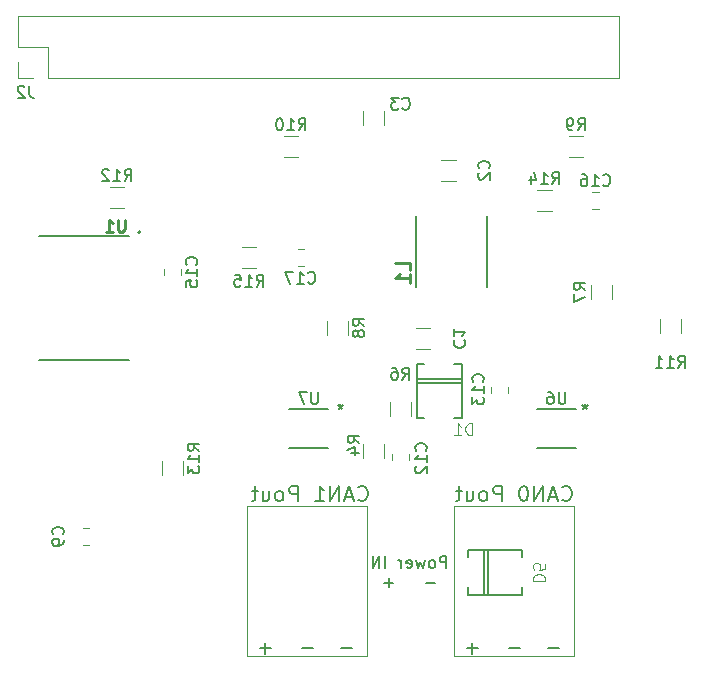
<source format=gbr>
G04 #@! TF.GenerationSoftware,KiCad,Pcbnew,5.1.5+dfsg1-2*
G04 #@! TF.CreationDate,2020-01-02T22:24:17+02:00*
G04 #@! TF.ProjectId,Morfeas_Rpi_Hat,4d6f7266-6561-4735-9f52-70695f486174,V1.0*
G04 #@! TF.SameCoordinates,Original*
G04 #@! TF.FileFunction,Legend,Bot*
G04 #@! TF.FilePolarity,Positive*
%FSLAX46Y46*%
G04 Gerber Fmt 4.6, Leading zero omitted, Abs format (unit mm)*
G04 Created by KiCad (PCBNEW 5.1.5+dfsg1-2) date 2020-01-02 22:24:17*
%MOMM*%
%LPD*%
G04 APERTURE LIST*
%ADD10C,0.177800*%
%ADD11C,0.150000*%
%ADD12C,0.152400*%
%ADD13C,0.120000*%
%ADD14C,0.127000*%
%ADD15C,0.200000*%
%ADD16C,0.119380*%
%ADD17C,0.254000*%
%ADD18C,0.250000*%
G04 APERTURE END LIST*
D10*
X167615809Y-117946714D02*
X166648190Y-117946714D01*
X167132000Y-118430523D02*
X167132000Y-117462904D01*
X171191478Y-117936517D02*
X170223859Y-117936517D01*
X174493478Y-117936517D02*
X173525859Y-117936517D01*
X156967478Y-117936517D02*
X155999859Y-117936517D01*
X153665478Y-117936517D02*
X152697859Y-117936517D01*
X150089809Y-117946714D02*
X149122190Y-117946714D01*
X149606000Y-118430523D02*
X149606000Y-117462904D01*
D11*
X164917047Y-111133380D02*
X164917047Y-110133380D01*
X164536095Y-110133380D01*
X164440857Y-110181000D01*
X164393238Y-110228619D01*
X164345619Y-110323857D01*
X164345619Y-110466714D01*
X164393238Y-110561952D01*
X164440857Y-110609571D01*
X164536095Y-110657190D01*
X164917047Y-110657190D01*
X163774190Y-111133380D02*
X163869428Y-111085761D01*
X163917047Y-111038142D01*
X163964666Y-110942904D01*
X163964666Y-110657190D01*
X163917047Y-110561952D01*
X163869428Y-110514333D01*
X163774190Y-110466714D01*
X163631333Y-110466714D01*
X163536095Y-110514333D01*
X163488476Y-110561952D01*
X163440857Y-110657190D01*
X163440857Y-110942904D01*
X163488476Y-111038142D01*
X163536095Y-111085761D01*
X163631333Y-111133380D01*
X163774190Y-111133380D01*
X163107523Y-110466714D02*
X162917047Y-111133380D01*
X162726571Y-110657190D01*
X162536095Y-111133380D01*
X162345619Y-110466714D01*
X161583714Y-111085761D02*
X161678952Y-111133380D01*
X161869428Y-111133380D01*
X161964666Y-111085761D01*
X162012285Y-110990523D01*
X162012285Y-110609571D01*
X161964666Y-110514333D01*
X161869428Y-110466714D01*
X161678952Y-110466714D01*
X161583714Y-110514333D01*
X161536095Y-110609571D01*
X161536095Y-110704809D01*
X162012285Y-110800047D01*
X161107523Y-111133380D02*
X161107523Y-110466714D01*
X161107523Y-110657190D02*
X161059904Y-110561952D01*
X161012285Y-110514333D01*
X160917047Y-110466714D01*
X160821809Y-110466714D01*
X159726571Y-111133380D02*
X159726571Y-110133380D01*
X159250380Y-111133380D02*
X159250380Y-110133380D01*
X158678952Y-111133380D01*
X158678952Y-110133380D01*
X163940857Y-112402428D02*
X163178952Y-112402428D01*
X160417047Y-112402428D02*
X159655142Y-112402428D01*
X160036095Y-112783380D02*
X160036095Y-112021476D01*
D12*
X174739904Y-105355571D02*
X174800380Y-105416047D01*
X174981809Y-105476523D01*
X175102761Y-105476523D01*
X175284190Y-105416047D01*
X175405142Y-105295095D01*
X175465619Y-105174142D01*
X175526095Y-104932238D01*
X175526095Y-104750809D01*
X175465619Y-104508904D01*
X175405142Y-104387952D01*
X175284190Y-104267000D01*
X175102761Y-104206523D01*
X174981809Y-104206523D01*
X174800380Y-104267000D01*
X174739904Y-104327476D01*
X174256095Y-105113666D02*
X173651333Y-105113666D01*
X174377047Y-105476523D02*
X173953714Y-104206523D01*
X173530380Y-105476523D01*
X173107047Y-105476523D02*
X173107047Y-104206523D01*
X172381333Y-105476523D01*
X172381333Y-104206523D01*
X171534666Y-104206523D02*
X171413714Y-104206523D01*
X171292761Y-104267000D01*
X171232285Y-104327476D01*
X171171809Y-104448428D01*
X171111333Y-104690333D01*
X171111333Y-104992714D01*
X171171809Y-105234619D01*
X171232285Y-105355571D01*
X171292761Y-105416047D01*
X171413714Y-105476523D01*
X171534666Y-105476523D01*
X171655619Y-105416047D01*
X171716095Y-105355571D01*
X171776571Y-105234619D01*
X171837047Y-104992714D01*
X171837047Y-104690333D01*
X171776571Y-104448428D01*
X171716095Y-104327476D01*
X171655619Y-104267000D01*
X171534666Y-104206523D01*
X169599428Y-105476523D02*
X169599428Y-104206523D01*
X169115619Y-104206523D01*
X168994666Y-104267000D01*
X168934190Y-104327476D01*
X168873714Y-104448428D01*
X168873714Y-104629857D01*
X168934190Y-104750809D01*
X168994666Y-104811285D01*
X169115619Y-104871761D01*
X169599428Y-104871761D01*
X168148000Y-105476523D02*
X168268952Y-105416047D01*
X168329428Y-105355571D01*
X168389904Y-105234619D01*
X168389904Y-104871761D01*
X168329428Y-104750809D01*
X168268952Y-104690333D01*
X168148000Y-104629857D01*
X167966571Y-104629857D01*
X167845619Y-104690333D01*
X167785142Y-104750809D01*
X167724666Y-104871761D01*
X167724666Y-105234619D01*
X167785142Y-105355571D01*
X167845619Y-105416047D01*
X167966571Y-105476523D01*
X168148000Y-105476523D01*
X166636095Y-104629857D02*
X166636095Y-105476523D01*
X167180380Y-104629857D02*
X167180380Y-105295095D01*
X167119904Y-105416047D01*
X166998952Y-105476523D01*
X166817523Y-105476523D01*
X166696571Y-105416047D01*
X166636095Y-105355571D01*
X166212761Y-104629857D02*
X165728952Y-104629857D01*
X166031333Y-104206523D02*
X166031333Y-105295095D01*
X165970857Y-105416047D01*
X165849904Y-105476523D01*
X165728952Y-105476523D01*
D11*
X157467904Y-105355571D02*
X157528380Y-105416047D01*
X157709809Y-105476523D01*
X157830761Y-105476523D01*
X158012190Y-105416047D01*
X158133142Y-105295095D01*
X158193619Y-105174142D01*
X158254095Y-104932238D01*
X158254095Y-104750809D01*
X158193619Y-104508904D01*
X158133142Y-104387952D01*
X158012190Y-104267000D01*
X157830761Y-104206523D01*
X157709809Y-104206523D01*
X157528380Y-104267000D01*
X157467904Y-104327476D01*
X156984095Y-105113666D02*
X156379333Y-105113666D01*
X157105047Y-105476523D02*
X156681714Y-104206523D01*
X156258380Y-105476523D01*
X155835047Y-105476523D02*
X155835047Y-104206523D01*
X155109333Y-105476523D01*
X155109333Y-104206523D01*
X153839333Y-105476523D02*
X154565047Y-105476523D01*
X154202190Y-105476523D02*
X154202190Y-104206523D01*
X154323142Y-104387952D01*
X154444095Y-104508904D01*
X154565047Y-104569380D01*
X152327428Y-105476523D02*
X152327428Y-104206523D01*
X151843619Y-104206523D01*
X151722666Y-104267000D01*
X151662190Y-104327476D01*
X151601714Y-104448428D01*
X151601714Y-104629857D01*
X151662190Y-104750809D01*
X151722666Y-104811285D01*
X151843619Y-104871761D01*
X152327428Y-104871761D01*
X150876000Y-105476523D02*
X150996952Y-105416047D01*
X151057428Y-105355571D01*
X151117904Y-105234619D01*
X151117904Y-104871761D01*
X151057428Y-104750809D01*
X150996952Y-104690333D01*
X150876000Y-104629857D01*
X150694571Y-104629857D01*
X150573619Y-104690333D01*
X150513142Y-104750809D01*
X150452666Y-104871761D01*
X150452666Y-105234619D01*
X150513142Y-105355571D01*
X150573619Y-105416047D01*
X150694571Y-105476523D01*
X150876000Y-105476523D01*
X149364095Y-104629857D02*
X149364095Y-105476523D01*
X149908380Y-104629857D02*
X149908380Y-105295095D01*
X149847904Y-105416047D01*
X149726952Y-105476523D01*
X149545523Y-105476523D01*
X149424571Y-105416047D01*
X149364095Y-105355571D01*
X148940761Y-104629857D02*
X148456952Y-104629857D01*
X148759333Y-104206523D02*
X148759333Y-105295095D01*
X148698857Y-105416047D01*
X148577904Y-105476523D01*
X148456952Y-105476523D01*
D13*
X165550435Y-118606948D02*
X165550435Y-105906948D01*
X175710435Y-118606948D02*
X165550435Y-118606948D01*
X165550435Y-105906948D02*
X175710435Y-105906948D01*
X175710435Y-105906948D02*
X175710435Y-118606948D01*
X148082000Y-118618000D02*
X148082000Y-105918000D01*
X158242000Y-118618000D02*
X148082000Y-118618000D01*
X158242000Y-105918000D02*
X158242000Y-118618000D01*
X148082000Y-105918000D02*
X158242000Y-105918000D01*
D14*
G04 #@! TO.C,D1*
X165608000Y-98430080D02*
X166243000Y-98430080D01*
X162433000Y-93858080D02*
X163068000Y-93858080D01*
X162433000Y-98430080D02*
X162433000Y-93858080D01*
X163068000Y-98430080D02*
X162433000Y-98430080D01*
X162433000Y-95153480D02*
X166243000Y-95153480D01*
X162433000Y-95483680D02*
X166243000Y-95483680D01*
X166243000Y-93858080D02*
X165608000Y-93858080D01*
X166243000Y-98430080D02*
X166243000Y-93858080D01*
D15*
G04 #@! TO.C,L1*
X168354000Y-81328000D02*
X168354000Y-87328000D01*
X162354000Y-87328000D02*
X162354000Y-81328000D01*
D13*
G04 #@! TO.C,J2*
X128634000Y-64440000D02*
X128634000Y-67040000D01*
X128634000Y-64440000D02*
X179554000Y-64440000D01*
X179554000Y-64440000D02*
X179554000Y-69640000D01*
X131234000Y-69640000D02*
X179554000Y-69640000D01*
X131234000Y-67040000D02*
X131234000Y-69640000D01*
X128634000Y-67040000D02*
X131234000Y-67040000D01*
X128634000Y-69640000D02*
X129964000Y-69640000D01*
X128634000Y-68310000D02*
X128634000Y-69640000D01*
D14*
G04 #@! TO.C,U1*
X138039000Y-93515000D02*
X130439000Y-93515000D01*
X138039000Y-83015000D02*
X130439000Y-83015000D01*
D15*
X139012000Y-82722000D02*
G75*
G03X139012000Y-82722000I-100000J0D01*
G01*
D13*
G04 #@! TO.C,R8*
X154792000Y-91404064D02*
X154792000Y-90199936D01*
X156612000Y-91404064D02*
X156612000Y-90199936D01*
G04 #@! TO.C,R15*
X148808064Y-83926000D02*
X147603936Y-83926000D01*
X148808064Y-85746000D02*
X147603936Y-85746000D01*
G04 #@! TO.C,R14*
X173830064Y-79100000D02*
X172625936Y-79100000D01*
X173830064Y-80920000D02*
X172625936Y-80920000D01*
G04 #@! TO.C,C17*
X152834078Y-84126000D02*
X152316922Y-84126000D01*
X152834078Y-85546000D02*
X152316922Y-85546000D01*
G04 #@! TO.C,C16*
X177804578Y-79300000D02*
X177287422Y-79300000D01*
X177804578Y-80720000D02*
X177287422Y-80720000D01*
D14*
G04 #@! TO.C,D5*
X171353963Y-110235523D02*
X171353963Y-109600523D01*
X166781963Y-113410523D02*
X166781963Y-112775523D01*
X171353963Y-113410523D02*
X166781963Y-113410523D01*
X171353963Y-112775523D02*
X171353963Y-113410523D01*
X168077363Y-113410523D02*
X168077363Y-109600523D01*
X168407563Y-113410523D02*
X168407563Y-109600523D01*
X166781963Y-109600523D02*
X166781963Y-110235523D01*
X171353963Y-109600523D02*
X166781963Y-109600523D01*
D13*
G04 #@! TO.C,R13*
X142642000Y-103292064D02*
X142642000Y-102087936D01*
X140822000Y-103292064D02*
X140822000Y-102087936D01*
G04 #@! TO.C,R12*
X137632064Y-80666000D02*
X136427936Y-80666000D01*
X137632064Y-78846000D02*
X136427936Y-78846000D01*
G04 #@! TO.C,C15*
X142442000Y-86364578D02*
X142442000Y-85847422D01*
X141022000Y-86364578D02*
X141022000Y-85847422D01*
G04 #@! TO.C,R11*
X182986000Y-90075936D02*
X182986000Y-91280064D01*
X184806000Y-90075936D02*
X184806000Y-91280064D01*
G04 #@! TO.C,R10*
X152370064Y-74528000D02*
X151165936Y-74528000D01*
X152370064Y-76348000D02*
X151165936Y-76348000D01*
G04 #@! TO.C,R9*
X176500064Y-74528000D02*
X175295936Y-74528000D01*
X176500064Y-76348000D02*
X175295936Y-76348000D01*
G04 #@! TO.C,R7*
X178964000Y-87157936D02*
X178964000Y-88362064D01*
X177144000Y-87157936D02*
X177144000Y-88362064D01*
G04 #@! TO.C,R6*
X160126000Y-98262064D02*
X160126000Y-97057936D01*
X161946000Y-98262064D02*
X161946000Y-97057936D01*
G04 #@! TO.C,R4*
X159660000Y-101824064D02*
X159660000Y-100619936D01*
X157840000Y-101824064D02*
X157840000Y-100619936D01*
G04 #@! TO.C,C13*
X168708000Y-96349078D02*
X168708000Y-95831922D01*
X170128000Y-96349078D02*
X170128000Y-95831922D01*
G04 #@! TO.C,C12*
X161746000Y-102034078D02*
X161746000Y-101516922D01*
X160326000Y-102034078D02*
X160326000Y-101516922D01*
G04 #@! TO.C,C9*
X134185922Y-109168000D02*
X134703078Y-109168000D01*
X134185922Y-107748000D02*
X134703078Y-107748000D01*
G04 #@! TO.C,C3*
X157840000Y-73624064D02*
X157840000Y-72419936D01*
X159660000Y-73624064D02*
X159660000Y-72419936D01*
G04 #@! TO.C,C2*
X165702064Y-78380000D02*
X164497936Y-78380000D01*
X165702064Y-76560000D02*
X164497936Y-76560000D01*
G04 #@! TO.C,C1*
X163540064Y-90784000D02*
X162335936Y-90784000D01*
X163540064Y-92604000D02*
X162335936Y-92604000D01*
D12*
G04 #@! TO.C,U6*
X172593000Y-97684000D02*
X175895000Y-97684000D01*
X175895000Y-100986000D02*
X172593000Y-100986000D01*
G04 #@! TO.C,U7*
X151638000Y-97684000D02*
X154940000Y-97684000D01*
X154940000Y-100986000D02*
X151638000Y-100986000D01*
G04 #@! TO.C,D1*
D16*
X167108656Y-99893724D02*
X167108656Y-98892964D01*
X166870380Y-98892964D01*
X166727414Y-98940620D01*
X166632103Y-99035930D01*
X166584448Y-99131240D01*
X166536793Y-99321861D01*
X166536793Y-99464827D01*
X166584448Y-99655448D01*
X166632103Y-99750759D01*
X166727414Y-99846069D01*
X166870380Y-99893724D01*
X167108656Y-99893724D01*
X165583688Y-99893724D02*
X166155551Y-99893724D01*
X165869620Y-99893724D02*
X165869620Y-98892964D01*
X165964930Y-99035930D01*
X166060240Y-99131240D01*
X166155551Y-99178896D01*
G04 #@! TO.C,L1*
D17*
X161864523Y-85894333D02*
X161864523Y-85289571D01*
X160594523Y-85289571D01*
X161864523Y-86982904D02*
X161864523Y-86257190D01*
X161864523Y-86620047D02*
X160594523Y-86620047D01*
X160775952Y-86499095D01*
X160896904Y-86378142D01*
X160957380Y-86257190D01*
G04 #@! TO.C,J2*
D11*
X129619333Y-70318380D02*
X129619333Y-71032666D01*
X129666952Y-71175523D01*
X129762190Y-71270761D01*
X129905047Y-71318380D01*
X130000285Y-71318380D01*
X129190761Y-70413619D02*
X129143142Y-70366000D01*
X129047904Y-70318380D01*
X128809809Y-70318380D01*
X128714571Y-70366000D01*
X128666952Y-70413619D01*
X128619333Y-70508857D01*
X128619333Y-70604095D01*
X128666952Y-70746952D01*
X129238380Y-71318380D01*
X128619333Y-71318380D01*
G04 #@! TO.C,U1*
D18*
X137680095Y-81646619D02*
X137680095Y-82469095D01*
X137631714Y-82565857D01*
X137583333Y-82614238D01*
X137486571Y-82662619D01*
X137293047Y-82662619D01*
X137196285Y-82614238D01*
X137147904Y-82565857D01*
X137099523Y-82469095D01*
X137099523Y-81646619D01*
X136083523Y-82662619D02*
X136664095Y-82662619D01*
X136373809Y-82662619D02*
X136373809Y-81646619D01*
X136470571Y-81791761D01*
X136567333Y-81888523D01*
X136664095Y-81936904D01*
G04 #@! TO.C,R8*
D11*
X157974380Y-90635333D02*
X157498190Y-90302000D01*
X157974380Y-90063904D02*
X156974380Y-90063904D01*
X156974380Y-90444857D01*
X157022000Y-90540095D01*
X157069619Y-90587714D01*
X157164857Y-90635333D01*
X157307714Y-90635333D01*
X157402952Y-90587714D01*
X157450571Y-90540095D01*
X157498190Y-90444857D01*
X157498190Y-90063904D01*
X157402952Y-91206761D02*
X157355333Y-91111523D01*
X157307714Y-91063904D01*
X157212476Y-91016285D01*
X157164857Y-91016285D01*
X157069619Y-91063904D01*
X157022000Y-91111523D01*
X156974380Y-91206761D01*
X156974380Y-91397238D01*
X157022000Y-91492476D01*
X157069619Y-91540095D01*
X157164857Y-91587714D01*
X157212476Y-91587714D01*
X157307714Y-91540095D01*
X157355333Y-91492476D01*
X157402952Y-91397238D01*
X157402952Y-91206761D01*
X157450571Y-91111523D01*
X157498190Y-91063904D01*
X157593428Y-91016285D01*
X157783904Y-91016285D01*
X157879142Y-91063904D01*
X157926761Y-91111523D01*
X157974380Y-91206761D01*
X157974380Y-91397238D01*
X157926761Y-91492476D01*
X157879142Y-91540095D01*
X157783904Y-91587714D01*
X157593428Y-91587714D01*
X157498190Y-91540095D01*
X157450571Y-91492476D01*
X157402952Y-91397238D01*
G04 #@! TO.C,R15*
X148848857Y-87320380D02*
X149182190Y-86844190D01*
X149420285Y-87320380D02*
X149420285Y-86320380D01*
X149039333Y-86320380D01*
X148944095Y-86368000D01*
X148896476Y-86415619D01*
X148848857Y-86510857D01*
X148848857Y-86653714D01*
X148896476Y-86748952D01*
X148944095Y-86796571D01*
X149039333Y-86844190D01*
X149420285Y-86844190D01*
X147896476Y-87320380D02*
X148467904Y-87320380D01*
X148182190Y-87320380D02*
X148182190Y-86320380D01*
X148277428Y-86463238D01*
X148372666Y-86558476D01*
X148467904Y-86606095D01*
X146991714Y-86320380D02*
X147467904Y-86320380D01*
X147515523Y-86796571D01*
X147467904Y-86748952D01*
X147372666Y-86701333D01*
X147134571Y-86701333D01*
X147039333Y-86748952D01*
X146991714Y-86796571D01*
X146944095Y-86891809D01*
X146944095Y-87129904D01*
X146991714Y-87225142D01*
X147039333Y-87272761D01*
X147134571Y-87320380D01*
X147372666Y-87320380D01*
X147467904Y-87272761D01*
X147515523Y-87225142D01*
G04 #@! TO.C,R14*
X173870857Y-78642380D02*
X174204190Y-78166190D01*
X174442285Y-78642380D02*
X174442285Y-77642380D01*
X174061333Y-77642380D01*
X173966095Y-77690000D01*
X173918476Y-77737619D01*
X173870857Y-77832857D01*
X173870857Y-77975714D01*
X173918476Y-78070952D01*
X173966095Y-78118571D01*
X174061333Y-78166190D01*
X174442285Y-78166190D01*
X172918476Y-78642380D02*
X173489904Y-78642380D01*
X173204190Y-78642380D02*
X173204190Y-77642380D01*
X173299428Y-77785238D01*
X173394666Y-77880476D01*
X173489904Y-77928095D01*
X172061333Y-77975714D02*
X172061333Y-78642380D01*
X172299428Y-77594761D02*
X172537523Y-78309047D01*
X171918476Y-78309047D01*
G04 #@! TO.C,C17*
X153218357Y-86971142D02*
X153265976Y-87018761D01*
X153408833Y-87066380D01*
X153504071Y-87066380D01*
X153646928Y-87018761D01*
X153742166Y-86923523D01*
X153789785Y-86828285D01*
X153837404Y-86637809D01*
X153837404Y-86494952D01*
X153789785Y-86304476D01*
X153742166Y-86209238D01*
X153646928Y-86114000D01*
X153504071Y-86066380D01*
X153408833Y-86066380D01*
X153265976Y-86114000D01*
X153218357Y-86161619D01*
X152265976Y-87066380D02*
X152837404Y-87066380D01*
X152551690Y-87066380D02*
X152551690Y-86066380D01*
X152646928Y-86209238D01*
X152742166Y-86304476D01*
X152837404Y-86352095D01*
X151932642Y-86066380D02*
X151265976Y-86066380D01*
X151694547Y-87066380D01*
G04 #@! TO.C,C16*
X178188857Y-78717142D02*
X178236476Y-78764761D01*
X178379333Y-78812380D01*
X178474571Y-78812380D01*
X178617428Y-78764761D01*
X178712666Y-78669523D01*
X178760285Y-78574285D01*
X178807904Y-78383809D01*
X178807904Y-78240952D01*
X178760285Y-78050476D01*
X178712666Y-77955238D01*
X178617428Y-77860000D01*
X178474571Y-77812380D01*
X178379333Y-77812380D01*
X178236476Y-77860000D01*
X178188857Y-77907619D01*
X177236476Y-78812380D02*
X177807904Y-78812380D01*
X177522190Y-78812380D02*
X177522190Y-77812380D01*
X177617428Y-77955238D01*
X177712666Y-78050476D01*
X177807904Y-78098095D01*
X176379333Y-77812380D02*
X176569809Y-77812380D01*
X176665047Y-77860000D01*
X176712666Y-77907619D01*
X176807904Y-78050476D01*
X176855523Y-78240952D01*
X176855523Y-78621904D01*
X176807904Y-78717142D01*
X176760285Y-78764761D01*
X176665047Y-78812380D01*
X176474571Y-78812380D01*
X176379333Y-78764761D01*
X176331714Y-78717142D01*
X176284095Y-78621904D01*
X176284095Y-78383809D01*
X176331714Y-78288571D01*
X176379333Y-78240952D01*
X176474571Y-78193333D01*
X176665047Y-78193333D01*
X176760285Y-78240952D01*
X176807904Y-78288571D01*
X176855523Y-78383809D01*
G04 #@! TO.C,D5*
D16*
X172267275Y-112244656D02*
X173268035Y-112244656D01*
X173268035Y-112006380D01*
X173220380Y-111863414D01*
X173125069Y-111768103D01*
X173029759Y-111720448D01*
X172839138Y-111672793D01*
X172696172Y-111672793D01*
X172505551Y-111720448D01*
X172410240Y-111768103D01*
X172314930Y-111863414D01*
X172267275Y-112006380D01*
X172267275Y-112244656D01*
X173268035Y-110767343D02*
X173268035Y-111243896D01*
X172791482Y-111291551D01*
X172839138Y-111243896D01*
X172886793Y-111148585D01*
X172886793Y-110910309D01*
X172839138Y-110814999D01*
X172791482Y-110767343D01*
X172696172Y-110719688D01*
X172457896Y-110719688D01*
X172362585Y-110767343D01*
X172314930Y-110814999D01*
X172267275Y-110910309D01*
X172267275Y-111148585D01*
X172314930Y-111243896D01*
X172362585Y-111291551D01*
G04 #@! TO.C,R13*
D11*
X144004380Y-101211142D02*
X143528190Y-100877809D01*
X144004380Y-100639714D02*
X143004380Y-100639714D01*
X143004380Y-101020666D01*
X143052000Y-101115904D01*
X143099619Y-101163523D01*
X143194857Y-101211142D01*
X143337714Y-101211142D01*
X143432952Y-101163523D01*
X143480571Y-101115904D01*
X143528190Y-101020666D01*
X143528190Y-100639714D01*
X144004380Y-102163523D02*
X144004380Y-101592095D01*
X144004380Y-101877809D02*
X143004380Y-101877809D01*
X143147238Y-101782571D01*
X143242476Y-101687333D01*
X143290095Y-101592095D01*
X143004380Y-102496857D02*
X143004380Y-103115904D01*
X143385333Y-102782571D01*
X143385333Y-102925428D01*
X143432952Y-103020666D01*
X143480571Y-103068285D01*
X143575809Y-103115904D01*
X143813904Y-103115904D01*
X143909142Y-103068285D01*
X143956761Y-103020666D01*
X144004380Y-102925428D01*
X144004380Y-102639714D01*
X143956761Y-102544476D01*
X143909142Y-102496857D01*
G04 #@! TO.C,R12*
X137672857Y-78388380D02*
X138006190Y-77912190D01*
X138244285Y-78388380D02*
X138244285Y-77388380D01*
X137863333Y-77388380D01*
X137768095Y-77436000D01*
X137720476Y-77483619D01*
X137672857Y-77578857D01*
X137672857Y-77721714D01*
X137720476Y-77816952D01*
X137768095Y-77864571D01*
X137863333Y-77912190D01*
X138244285Y-77912190D01*
X136720476Y-78388380D02*
X137291904Y-78388380D01*
X137006190Y-78388380D02*
X137006190Y-77388380D01*
X137101428Y-77531238D01*
X137196666Y-77626476D01*
X137291904Y-77674095D01*
X136339523Y-77483619D02*
X136291904Y-77436000D01*
X136196666Y-77388380D01*
X135958571Y-77388380D01*
X135863333Y-77436000D01*
X135815714Y-77483619D01*
X135768095Y-77578857D01*
X135768095Y-77674095D01*
X135815714Y-77816952D01*
X136387142Y-78388380D01*
X135768095Y-78388380D01*
G04 #@! TO.C,C15*
X143739142Y-85463142D02*
X143786761Y-85415523D01*
X143834380Y-85272666D01*
X143834380Y-85177428D01*
X143786761Y-85034571D01*
X143691523Y-84939333D01*
X143596285Y-84891714D01*
X143405809Y-84844095D01*
X143262952Y-84844095D01*
X143072476Y-84891714D01*
X142977238Y-84939333D01*
X142882000Y-85034571D01*
X142834380Y-85177428D01*
X142834380Y-85272666D01*
X142882000Y-85415523D01*
X142929619Y-85463142D01*
X143834380Y-86415523D02*
X143834380Y-85844095D01*
X143834380Y-86129809D02*
X142834380Y-86129809D01*
X142977238Y-86034571D01*
X143072476Y-85939333D01*
X143120095Y-85844095D01*
X142834380Y-87320285D02*
X142834380Y-86844095D01*
X143310571Y-86796476D01*
X143262952Y-86844095D01*
X143215333Y-86939333D01*
X143215333Y-87177428D01*
X143262952Y-87272666D01*
X143310571Y-87320285D01*
X143405809Y-87367904D01*
X143643904Y-87367904D01*
X143739142Y-87320285D01*
X143786761Y-87272666D01*
X143834380Y-87177428D01*
X143834380Y-86939333D01*
X143786761Y-86844095D01*
X143739142Y-86796476D01*
G04 #@! TO.C,R11*
X184538857Y-94178380D02*
X184872190Y-93702190D01*
X185110285Y-94178380D02*
X185110285Y-93178380D01*
X184729333Y-93178380D01*
X184634095Y-93226000D01*
X184586476Y-93273619D01*
X184538857Y-93368857D01*
X184538857Y-93511714D01*
X184586476Y-93606952D01*
X184634095Y-93654571D01*
X184729333Y-93702190D01*
X185110285Y-93702190D01*
X183586476Y-94178380D02*
X184157904Y-94178380D01*
X183872190Y-94178380D02*
X183872190Y-93178380D01*
X183967428Y-93321238D01*
X184062666Y-93416476D01*
X184157904Y-93464095D01*
X182634095Y-94178380D02*
X183205523Y-94178380D01*
X182919809Y-94178380D02*
X182919809Y-93178380D01*
X183015047Y-93321238D01*
X183110285Y-93416476D01*
X183205523Y-93464095D01*
G04 #@! TO.C,R10*
X152410857Y-74070380D02*
X152744190Y-73594190D01*
X152982285Y-74070380D02*
X152982285Y-73070380D01*
X152601333Y-73070380D01*
X152506095Y-73118000D01*
X152458476Y-73165619D01*
X152410857Y-73260857D01*
X152410857Y-73403714D01*
X152458476Y-73498952D01*
X152506095Y-73546571D01*
X152601333Y-73594190D01*
X152982285Y-73594190D01*
X151458476Y-74070380D02*
X152029904Y-74070380D01*
X151744190Y-74070380D02*
X151744190Y-73070380D01*
X151839428Y-73213238D01*
X151934666Y-73308476D01*
X152029904Y-73356095D01*
X150839428Y-73070380D02*
X150744190Y-73070380D01*
X150648952Y-73118000D01*
X150601333Y-73165619D01*
X150553714Y-73260857D01*
X150506095Y-73451333D01*
X150506095Y-73689428D01*
X150553714Y-73879904D01*
X150601333Y-73975142D01*
X150648952Y-74022761D01*
X150744190Y-74070380D01*
X150839428Y-74070380D01*
X150934666Y-74022761D01*
X150982285Y-73975142D01*
X151029904Y-73879904D01*
X151077523Y-73689428D01*
X151077523Y-73451333D01*
X151029904Y-73260857D01*
X150982285Y-73165619D01*
X150934666Y-73118000D01*
X150839428Y-73070380D01*
G04 #@! TO.C,R9*
X176064666Y-74070380D02*
X176398000Y-73594190D01*
X176636095Y-74070380D02*
X176636095Y-73070380D01*
X176255142Y-73070380D01*
X176159904Y-73118000D01*
X176112285Y-73165619D01*
X176064666Y-73260857D01*
X176064666Y-73403714D01*
X176112285Y-73498952D01*
X176159904Y-73546571D01*
X176255142Y-73594190D01*
X176636095Y-73594190D01*
X175588476Y-74070380D02*
X175398000Y-74070380D01*
X175302761Y-74022761D01*
X175255142Y-73975142D01*
X175159904Y-73832285D01*
X175112285Y-73641809D01*
X175112285Y-73260857D01*
X175159904Y-73165619D01*
X175207523Y-73118000D01*
X175302761Y-73070380D01*
X175493238Y-73070380D01*
X175588476Y-73118000D01*
X175636095Y-73165619D01*
X175683714Y-73260857D01*
X175683714Y-73498952D01*
X175636095Y-73594190D01*
X175588476Y-73641809D01*
X175493238Y-73689428D01*
X175302761Y-73689428D01*
X175207523Y-73641809D01*
X175159904Y-73594190D01*
X175112285Y-73498952D01*
G04 #@! TO.C,R7*
X176686380Y-87593333D02*
X176210190Y-87260000D01*
X176686380Y-87021904D02*
X175686380Y-87021904D01*
X175686380Y-87402857D01*
X175734000Y-87498095D01*
X175781619Y-87545714D01*
X175876857Y-87593333D01*
X176019714Y-87593333D01*
X176114952Y-87545714D01*
X176162571Y-87498095D01*
X176210190Y-87402857D01*
X176210190Y-87021904D01*
X175686380Y-87926666D02*
X175686380Y-88593333D01*
X176686380Y-88164761D01*
G04 #@! TO.C,R6*
X161202666Y-95194380D02*
X161536000Y-94718190D01*
X161774095Y-95194380D02*
X161774095Y-94194380D01*
X161393142Y-94194380D01*
X161297904Y-94242000D01*
X161250285Y-94289619D01*
X161202666Y-94384857D01*
X161202666Y-94527714D01*
X161250285Y-94622952D01*
X161297904Y-94670571D01*
X161393142Y-94718190D01*
X161774095Y-94718190D01*
X160345523Y-94194380D02*
X160536000Y-94194380D01*
X160631238Y-94242000D01*
X160678857Y-94289619D01*
X160774095Y-94432476D01*
X160821714Y-94622952D01*
X160821714Y-95003904D01*
X160774095Y-95099142D01*
X160726476Y-95146761D01*
X160631238Y-95194380D01*
X160440761Y-95194380D01*
X160345523Y-95146761D01*
X160297904Y-95099142D01*
X160250285Y-95003904D01*
X160250285Y-94765809D01*
X160297904Y-94670571D01*
X160345523Y-94622952D01*
X160440761Y-94575333D01*
X160631238Y-94575333D01*
X160726476Y-94622952D01*
X160774095Y-94670571D01*
X160821714Y-94765809D01*
G04 #@! TO.C,R4*
X157551380Y-100544333D02*
X157075190Y-100211000D01*
X157551380Y-99972904D02*
X156551380Y-99972904D01*
X156551380Y-100353857D01*
X156599000Y-100449095D01*
X156646619Y-100496714D01*
X156741857Y-100544333D01*
X156884714Y-100544333D01*
X156979952Y-100496714D01*
X157027571Y-100449095D01*
X157075190Y-100353857D01*
X157075190Y-99972904D01*
X156884714Y-101401476D02*
X157551380Y-101401476D01*
X156503761Y-101163380D02*
X157218047Y-100925285D01*
X157218047Y-101544333D01*
G04 #@! TO.C,C13*
X167997142Y-95369142D02*
X168044761Y-95321523D01*
X168092380Y-95178666D01*
X168092380Y-95083428D01*
X168044761Y-94940571D01*
X167949523Y-94845333D01*
X167854285Y-94797714D01*
X167663809Y-94750095D01*
X167520952Y-94750095D01*
X167330476Y-94797714D01*
X167235238Y-94845333D01*
X167140000Y-94940571D01*
X167092380Y-95083428D01*
X167092380Y-95178666D01*
X167140000Y-95321523D01*
X167187619Y-95369142D01*
X168092380Y-96321523D02*
X168092380Y-95750095D01*
X168092380Y-96035809D02*
X167092380Y-96035809D01*
X167235238Y-95940571D01*
X167330476Y-95845333D01*
X167378095Y-95750095D01*
X167092380Y-96654857D02*
X167092380Y-97273904D01*
X167473333Y-96940571D01*
X167473333Y-97083428D01*
X167520952Y-97178666D01*
X167568571Y-97226285D01*
X167663809Y-97273904D01*
X167901904Y-97273904D01*
X167997142Y-97226285D01*
X168044761Y-97178666D01*
X168092380Y-97083428D01*
X168092380Y-96797714D01*
X168044761Y-96702476D01*
X167997142Y-96654857D01*
G04 #@! TO.C,C12*
X163171142Y-101211142D02*
X163218761Y-101163523D01*
X163266380Y-101020666D01*
X163266380Y-100925428D01*
X163218761Y-100782571D01*
X163123523Y-100687333D01*
X163028285Y-100639714D01*
X162837809Y-100592095D01*
X162694952Y-100592095D01*
X162504476Y-100639714D01*
X162409238Y-100687333D01*
X162314000Y-100782571D01*
X162266380Y-100925428D01*
X162266380Y-101020666D01*
X162314000Y-101163523D01*
X162361619Y-101211142D01*
X163266380Y-102163523D02*
X163266380Y-101592095D01*
X163266380Y-101877809D02*
X162266380Y-101877809D01*
X162409238Y-101782571D01*
X162504476Y-101687333D01*
X162552095Y-101592095D01*
X162361619Y-102544476D02*
X162314000Y-102592095D01*
X162266380Y-102687333D01*
X162266380Y-102925428D01*
X162314000Y-103020666D01*
X162361619Y-103068285D01*
X162456857Y-103115904D01*
X162552095Y-103115904D01*
X162694952Y-103068285D01*
X163266380Y-102496857D01*
X163266380Y-103115904D01*
G04 #@! TO.C,C9*
X132437142Y-108291333D02*
X132484761Y-108243714D01*
X132532380Y-108100857D01*
X132532380Y-108005619D01*
X132484761Y-107862761D01*
X132389523Y-107767523D01*
X132294285Y-107719904D01*
X132103809Y-107672285D01*
X131960952Y-107672285D01*
X131770476Y-107719904D01*
X131675238Y-107767523D01*
X131580000Y-107862761D01*
X131532380Y-108005619D01*
X131532380Y-108100857D01*
X131580000Y-108243714D01*
X131627619Y-108291333D01*
X132532380Y-108767523D02*
X132532380Y-108958000D01*
X132484761Y-109053238D01*
X132437142Y-109100857D01*
X132294285Y-109196095D01*
X132103809Y-109243714D01*
X131722857Y-109243714D01*
X131627619Y-109196095D01*
X131580000Y-109148476D01*
X131532380Y-109053238D01*
X131532380Y-108862761D01*
X131580000Y-108767523D01*
X131627619Y-108719904D01*
X131722857Y-108672285D01*
X131960952Y-108672285D01*
X132056190Y-108719904D01*
X132103809Y-108767523D01*
X132151428Y-108862761D01*
X132151428Y-109053238D01*
X132103809Y-109148476D01*
X132056190Y-109196095D01*
X131960952Y-109243714D01*
G04 #@! TO.C,C3*
X161202666Y-72239142D02*
X161250285Y-72286761D01*
X161393142Y-72334380D01*
X161488380Y-72334380D01*
X161631238Y-72286761D01*
X161726476Y-72191523D01*
X161774095Y-72096285D01*
X161821714Y-71905809D01*
X161821714Y-71762952D01*
X161774095Y-71572476D01*
X161726476Y-71477238D01*
X161631238Y-71382000D01*
X161488380Y-71334380D01*
X161393142Y-71334380D01*
X161250285Y-71382000D01*
X161202666Y-71429619D01*
X160869333Y-71334380D02*
X160250285Y-71334380D01*
X160583619Y-71715333D01*
X160440761Y-71715333D01*
X160345523Y-71762952D01*
X160297904Y-71810571D01*
X160250285Y-71905809D01*
X160250285Y-72143904D01*
X160297904Y-72239142D01*
X160345523Y-72286761D01*
X160440761Y-72334380D01*
X160726476Y-72334380D01*
X160821714Y-72286761D01*
X160869333Y-72239142D01*
G04 #@! TO.C,C2*
X168505142Y-77303333D02*
X168552761Y-77255714D01*
X168600380Y-77112857D01*
X168600380Y-77017619D01*
X168552761Y-76874761D01*
X168457523Y-76779523D01*
X168362285Y-76731904D01*
X168171809Y-76684285D01*
X168028952Y-76684285D01*
X167838476Y-76731904D01*
X167743238Y-76779523D01*
X167648000Y-76874761D01*
X167600380Y-77017619D01*
X167600380Y-77112857D01*
X167648000Y-77255714D01*
X167695619Y-77303333D01*
X167695619Y-77684285D02*
X167648000Y-77731904D01*
X167600380Y-77827142D01*
X167600380Y-78065238D01*
X167648000Y-78160476D01*
X167695619Y-78208095D01*
X167790857Y-78255714D01*
X167886095Y-78255714D01*
X168028952Y-78208095D01*
X168600380Y-77636666D01*
X168600380Y-78255714D01*
G04 #@! TO.C,C1*
X165628857Y-91860666D02*
X165581238Y-91908285D01*
X165533619Y-92051142D01*
X165533619Y-92146380D01*
X165581238Y-92289238D01*
X165676476Y-92384476D01*
X165771714Y-92432095D01*
X165962190Y-92479714D01*
X166105047Y-92479714D01*
X166295523Y-92432095D01*
X166390761Y-92384476D01*
X166486000Y-92289238D01*
X166533619Y-92146380D01*
X166533619Y-92051142D01*
X166486000Y-91908285D01*
X166438380Y-91860666D01*
X165533619Y-90908285D02*
X165533619Y-91479714D01*
X165533619Y-91194000D02*
X166533619Y-91194000D01*
X166390761Y-91289238D01*
X166295523Y-91384476D01*
X166247904Y-91479714D01*
G04 #@! TO.C,U6*
X175005904Y-96247380D02*
X175005904Y-97056904D01*
X174958285Y-97152142D01*
X174910666Y-97199761D01*
X174815428Y-97247380D01*
X174624952Y-97247380D01*
X174529714Y-97199761D01*
X174482095Y-97152142D01*
X174434476Y-97056904D01*
X174434476Y-96247380D01*
X173529714Y-96247380D02*
X173720190Y-96247380D01*
X173815428Y-96295000D01*
X173863047Y-96342619D01*
X173958285Y-96485476D01*
X174005904Y-96675952D01*
X174005904Y-97056904D01*
X173958285Y-97152142D01*
X173910666Y-97199761D01*
X173815428Y-97247380D01*
X173624952Y-97247380D01*
X173529714Y-97199761D01*
X173482095Y-97152142D01*
X173434476Y-97056904D01*
X173434476Y-96818809D01*
X173482095Y-96723571D01*
X173529714Y-96675952D01*
X173624952Y-96628333D01*
X173815428Y-96628333D01*
X173910666Y-96675952D01*
X173958285Y-96723571D01*
X174005904Y-96818809D01*
X176669700Y-97242380D02*
X176669700Y-97480476D01*
X176907795Y-97385238D02*
X176669700Y-97480476D01*
X176431604Y-97385238D01*
X176812557Y-97670952D02*
X176669700Y-97480476D01*
X176526842Y-97670952D01*
X176669700Y-97242380D02*
X176669700Y-97480476D01*
X176907795Y-97385238D02*
X176669700Y-97480476D01*
X176431604Y-97385238D01*
X176812557Y-97670952D02*
X176669700Y-97480476D01*
X176526842Y-97670952D01*
G04 #@! TO.C,U7*
X154050904Y-96247380D02*
X154050904Y-97056904D01*
X154003285Y-97152142D01*
X153955666Y-97199761D01*
X153860428Y-97247380D01*
X153669952Y-97247380D01*
X153574714Y-97199761D01*
X153527095Y-97152142D01*
X153479476Y-97056904D01*
X153479476Y-96247380D01*
X153098523Y-96247380D02*
X152431857Y-96247380D01*
X152860428Y-97247380D01*
X155956000Y-97242380D02*
X155956000Y-97480476D01*
X156194095Y-97385238D02*
X155956000Y-97480476D01*
X155717904Y-97385238D01*
X156098857Y-97670952D02*
X155956000Y-97480476D01*
X155813142Y-97670952D01*
X155956000Y-97242380D02*
X155956000Y-97480476D01*
X156194095Y-97385238D02*
X155956000Y-97480476D01*
X155717904Y-97385238D01*
X156098857Y-97670952D02*
X155956000Y-97480476D01*
X155813142Y-97670952D01*
G04 #@! TD*
M02*

</source>
